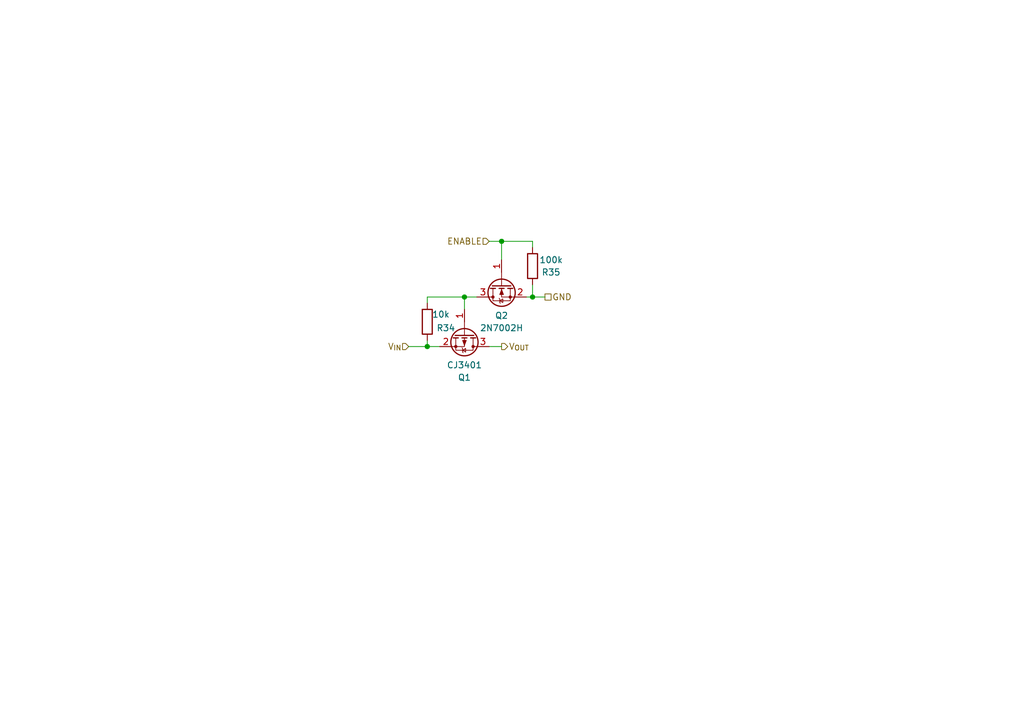
<source format=kicad_sch>
(kicad_sch (version 20231120) (generator "eeschema") (generator_version "8.0")
  (paper "A5")
  (title_block (title "Power Cutter") (date "2024-11-03") (rev "1.0"))
  (lib_symbols
    (symbol "Device:R" (pin_numbers hide) (pin_names (offset 0))
      (property "Reference" "R" (at 2.032 0 90))
      (property "Value" "R" (at 0 0 90))
      (symbol "R_0_1"
        (rectangle (start -1.016 -2.54) (end 1.016 2.54) (stroke (width 0.254)))
      )
      (symbol "R_1_1"
        (pin passive line (at 0 3.81 270) (length 1.27) (name "~") (number "1"))
        (pin passive line (at 0 -3.81 90) (length 1.27) (name "~") (number "2"))
      )
    )
    (symbol "Transistor_FET:2N7002H" (pin_names hide)
      (property "Reference" "Q" (at 5.08 1.905 0))
      (property "Value" "2N7002H" (at 5.08 0 0))
      (symbol "2N7002H_0_1"
        (polyline (pts (xy 0.254 0) (xy -2.54 0)))
        (polyline (pts (xy 0.254 1.905) (xy 0.254 -1.905)) (stroke (width 0.254)))
        (polyline (pts (xy 0.762 -1.27) (xy 0.762 -2.286)) (stroke (width 0.254)))
        (polyline (pts (xy 0.762 0.508) (xy 0.762 -0.508)) (stroke (width 0.254)))
        (polyline (pts (xy 0.762 2.286) (xy 0.762 1.27)) (stroke (width 0.254)))
        (polyline (pts (xy 2.54 2.54) (xy 2.54 1.778)))
        (polyline (pts (xy 2.54 -2.54) (xy 2.54 0) (xy 0.762 0)))
        (polyline (pts (xy 0.762 -1.778) (xy 3.302 -1.778) (xy 3.302 1.778) (xy 0.762 1.778)))
        (polyline (pts (xy 1.016 0) (xy 2.032 0.381) (xy 2.032 -0.381) (xy 1.016 0)) (fill (type outline)))
        (polyline (pts (xy 2.794 0.508) (xy 2.921 0.381) (xy 3.683 0.381) (xy 3.81 0.254)))
        (polyline (pts (xy 3.302 0.381) (xy 2.921 -0.254) (xy 3.683 -0.254) (xy 3.302 0.381)))
        (circle (center 1.651 0) (radius 2.794) (stroke (width 0.254)))
        (circle (center 2.54 -1.778) (radius 0.254) (fill (type outline)))
        (circle (center 2.54 1.778) (radius 0.254) (fill (type outline)))
      )
      (symbol "2N7002H_1_1"
        (pin input line (at -5.08 0 0) (length 2.54) (name "G") (number "1"))
        (pin passive line (at 2.54 -5.08 90) (length 2.54) (name "S") (number "2"))
        (pin passive line (at 2.54 5.08 270) (length 2.54) (name "D") (number "3"))
      )
    )
    (symbol "Transistor_FET:AO3401A" (pin_names hide)
      (property "Reference" "Q" (at 5.08 1.905 0))
      (property "Value" "AO3401A" (at 5.08 0 0))
      (symbol "AO3401A_0_1"
        (polyline (pts (xy 0.254 0) (xy -2.54 0)))
        (polyline (pts (xy 0.254 1.905) (xy 0.254 -1.905)) (stroke (width 0.254)))
        (polyline (pts (xy 0.762 -1.27) (xy 0.762 -2.286)) (stroke (width 0.254)))
        (polyline (pts (xy 0.762 0.508) (xy 0.762 -0.508)) (stroke (width 0.254)))
        (polyline (pts (xy 0.762 2.286) (xy 0.762 1.27)) (stroke (width 0.254)))
        (polyline (pts (xy 2.54 2.54) (xy 2.54 1.778)))
        (polyline (pts (xy 2.54 -2.54) (xy 2.54 0) (xy 0.762 0)))
        (polyline (pts (xy 0.762 1.778) (xy 3.302 1.778) (xy 3.302 -1.778) (xy 0.762 -1.778)))
        (polyline (pts (xy 2.286 0) (xy 1.27 0.381) (xy 1.27 -0.381) (xy 2.286 0)) (fill (type outline)))
        (polyline (pts (xy 2.794 -0.508) (xy 2.921 -0.381) (xy 3.683 -0.381) (xy 3.81 -0.254)))
        (polyline (pts (xy 3.302 -0.381) (xy 2.921 0.254) (xy 3.683 0.254) (xy 3.302 -0.381)))
        (circle (center 1.651 0) (radius 2.794) (stroke (width 0.254)))
        (circle (center 2.54 -1.778) (radius 0.254) (fill (type outline)))
        (circle (center 2.54 1.778) (radius 0.254) (fill (type outline)))
      )
      (symbol "AO3401A_1_1"
        (pin input line (at -5.08 0 0) (length 2.54) (name "G") (number "1"))
        (pin passive line (at 2.54 -5.08 90) (length 2.54) (name "S") (number "2"))
        (pin passive line (at 2.54 5.08 270) (length 2.54) (name "D") (number "3"))
      )
    )
  )
  (junction (at 87.63 71.12))
  (junction (at 109.22 60.96))
  (junction (at 95.25 60.96))
  (junction (at 102.87 49.53))
  (wire (pts (xy 87.63 71.12) (xy 90.17 71.12)))
  (wire (pts (xy 95.25 60.96) (xy 95.25 63.5)))
  (wire (pts (xy 102.87 49.53) (xy 109.22 49.53)))
  (wire (pts (xy 87.63 69.85) (xy 87.63 71.12)))
  (wire (pts (xy 100.33 49.53) (xy 102.87 49.53)))
  (wire (pts (xy 109.22 60.96) (xy 107.95 60.96)))
  (wire (pts (xy 87.63 60.96) (xy 87.63 62.23)))
  (wire (pts (xy 109.22 58.42) (xy 109.22 60.96)))
  (wire (pts (xy 95.25 60.96) (xy 97.79 60.96)))
  (wire (pts (xy 87.63 60.96) (xy 95.25 60.96)))
  (wire (pts (xy 109.22 49.53) (xy 109.22 50.8)))
  (wire (pts (xy 111.76 60.96) (xy 109.22 60.96)))
  (wire (pts (xy 83.82 71.12) (xy 87.63 71.12)))
  (wire (pts (xy 102.87 53.34) (xy 102.87 49.53)))
  (wire (pts (xy 100.33 71.12) (xy 102.87 71.12)))
  (hierarchical_label "ENABLE" (shape input) (at 100.33 49.53 180))
  (hierarchical_label "GND" (shape passive) (at 111.76 60.96 0))
  (hierarchical_label "V_{IN}" (shape input) (at 83.82 71.12 180))
  (hierarchical_label "V_{OUT}" (shape output) (at 102.87 71.12 0))
  (symbol (lib_id "Transistor_FET:AO3401A") (at 95.25 68.58 270) (unit 1)
    (property "Reference" "Q1" (at 95.25 77.47 90))
    (property "Value" "CJ3401" (at 95.25 74.93 90))
    (property "Footprint" "Package_TO_SOT_SMD:SOT-23" (effects (hide yes)))
    (property "Datasheet" "http://www.aosmd.com/pdfs/datasheet/AO3401A.pdf" (effects (hide yes)))
    (property "Description" "-4.0A Id, -30V Vds, P-Channel MOSFET, SOT-23" (effects (hide yes)))
    (instances (project "Weather" (path "" (reference "Q1") (unit 1)) (path "" (reference "Q3") (unit 1)) (path "" (reference "Q5") (unit 1))))
  )
  (symbol (lib_id "Transistor_FET:2N7002H") (at 102.87 58.42 90) (mirror x) (unit 1)
    (property "Reference" "Q2" (at 102.87 64.77 90))
    (property "Value" "2N7002H" (at 102.87 67.31 90))
    (property "Footprint" "Package_TO_SOT_SMD:SOT-23" (effects (hide yes)))
    (property "Datasheet" "http://www.diodes.com/assets/Datasheets/2N7002H.pdf" (effects (hide yes)))
    (property "Description" "0.21A Id, 60V Vds, N-Channel MOSFET, SOT-23" (effects (hide yes)))
    (instances (project "Weather" (path "" (reference "Q2") (unit 1)) (path "" (reference "Q4") (unit 1)) (path "" (reference "Q6") (unit 1))))
  )
  (symbol (lib_id "Device:R") (at 109.22 54.61 0) (unit 1)
    (property "Reference" "R35" (at 113.03 55.88 0))
    (property "Value" "100k" (at 113.03 53.34 0))
    (property "Footprint" "Resistor_SMD:R_0603_1608Metric" (effects (hide yes)))
    (instances (project "Weather" (path "" (reference "R35") (unit 1)) (path "" (reference "R37") (unit 1)) (path "" (reference "R8") (unit 1))))
  )
  (symbol (lib_id "Device:R") (at 87.63 66.04 0) (unit 1)
    (property "Reference" "R34" (at 91.44 67.31 0))
    (property "Value" "10k" (at 90.424 64.516 0))
    (property "Footprint" "Resistor_SMD:R_0603_1608Metric" (effects (hide yes)))
    (instances (project "Weather" (path "" (reference "R34") (unit 1)) (path "" (reference "R36") (unit 1)) (path "" (reference "R7") (unit 1))))
  )
)
</source>
